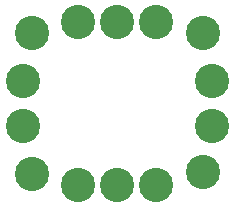
<source format=gbr>
G04 #@! TF.FileFunction,Soldermask,Bot*
%FSLAX46Y46*%
G04 Gerber Fmt 4.6, Leading zero omitted, Abs format (unit mm)*
G04 Created by KiCad (PCBNEW 4.0.2-stable) date Monday, May 22, 2017 'PMt' 12:42:44 PM*
%MOMM*%
G01*
G04 APERTURE LIST*
%ADD10C,0.100000*%
%ADD11C,2.900000*%
G04 APERTURE END LIST*
D10*
D11*
X141860000Y-104775000D03*
X146558000Y-99780000D03*
X153162000Y-99780000D03*
X157860000Y-104775000D03*
X157099000Y-112522000D03*
X149860000Y-113580000D03*
X142621000Y-112649000D03*
X142621000Y-100711000D03*
X149860000Y-99780000D03*
X157099000Y-100711000D03*
X157860000Y-108585000D03*
X153162000Y-113580000D03*
X146558000Y-113580000D03*
X141860000Y-108585000D03*
M02*

</source>
